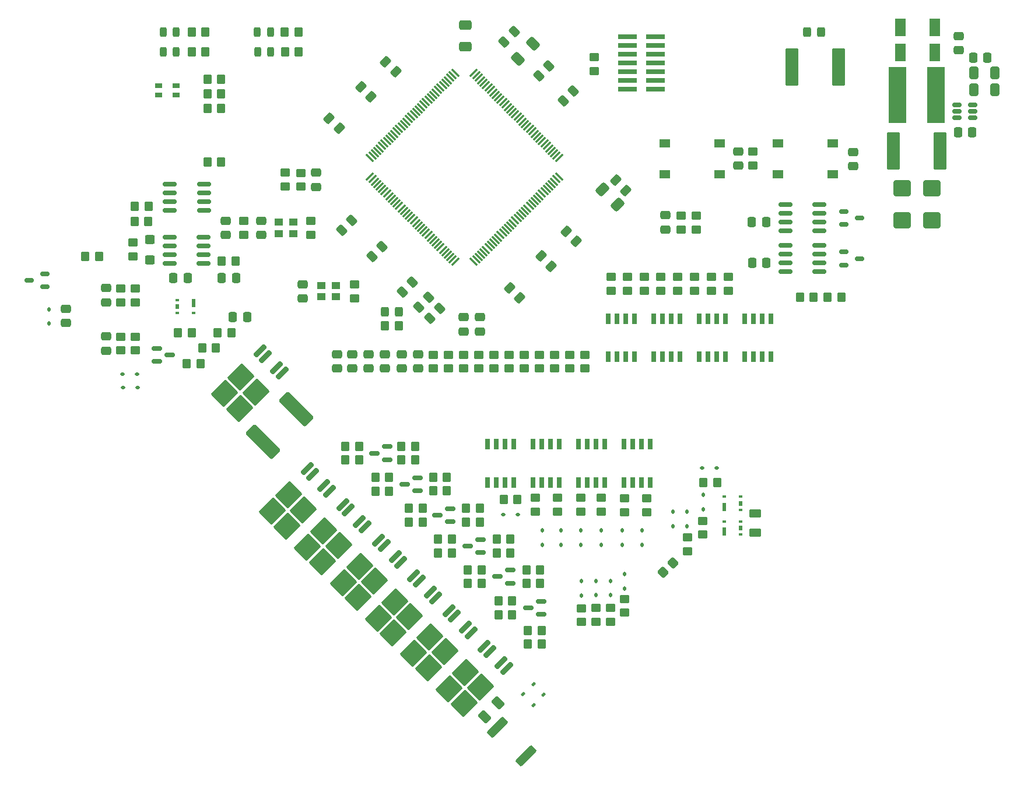
<source format=gbr>
%TF.GenerationSoftware,KiCad,Pcbnew,8.0.3*%
%TF.CreationDate,2025-01-15T13:42:05-05:00*%
%TF.ProjectId,EIM,45494d2e-6b69-4636-9164-5f7063625858,rev?*%
%TF.SameCoordinates,Original*%
%TF.FileFunction,Paste,Top*%
%TF.FilePolarity,Positive*%
%FSLAX46Y46*%
G04 Gerber Fmt 4.6, Leading zero omitted, Abs format (unit mm)*
G04 Created by KiCad (PCBNEW 8.0.3) date 2025-01-15 13:42:05*
%MOMM*%
%LPD*%
G01*
G04 APERTURE LIST*
G04 Aperture macros list*
%AMRoundRect*
0 Rectangle with rounded corners*
0 $1 Rounding radius*
0 $2 $3 $4 $5 $6 $7 $8 $9 X,Y pos of 4 corners*
0 Add a 4 corners polygon primitive as box body*
4,1,4,$2,$3,$4,$5,$6,$7,$8,$9,$2,$3,0*
0 Add four circle primitives for the rounded corners*
1,1,$1+$1,$2,$3*
1,1,$1+$1,$4,$5*
1,1,$1+$1,$6,$7*
1,1,$1+$1,$8,$9*
0 Add four rect primitives between the rounded corners*
20,1,$1+$1,$2,$3,$4,$5,0*
20,1,$1+$1,$4,$5,$6,$7,0*
20,1,$1+$1,$6,$7,$8,$9,0*
20,1,$1+$1,$8,$9,$2,$3,0*%
G04 Aperture macros list end*
%ADD10RoundRect,0.250000X0.350000X0.450000X-0.350000X0.450000X-0.350000X-0.450000X0.350000X-0.450000X0*%
%ADD11RoundRect,0.250000X-0.350000X-0.450000X0.350000X-0.450000X0.350000X0.450000X-0.350000X0.450000X0*%
%ADD12R,0.700000X1.550000*%
%ADD13RoundRect,0.200000X0.494975X0.777817X-0.777817X-0.494975X-0.494975X-0.777817X0.777817X0.494975X0*%
%ADD14RoundRect,0.250000X0.106066X1.697056X-1.697056X-0.106066X-0.106066X-1.697056X1.697056X0.106066X0*%
%ADD15RoundRect,0.250000X-0.097227X0.574524X-0.574524X0.097227X0.097227X-0.574524X0.574524X-0.097227X0*%
%ADD16RoundRect,0.250000X0.574524X0.097227X0.097227X0.574524X-0.574524X-0.097227X-0.097227X-0.574524X0*%
%ADD17RoundRect,0.250000X-0.475000X0.337500X-0.475000X-0.337500X0.475000X-0.337500X0.475000X0.337500X0*%
%ADD18RoundRect,0.250000X-0.450000X0.350000X-0.450000X-0.350000X0.450000X-0.350000X0.450000X0.350000X0*%
%ADD19RoundRect,0.150000X0.587500X0.150000X-0.587500X0.150000X-0.587500X-0.150000X0.587500X-0.150000X0*%
%ADD20RoundRect,0.112500X-0.053033X-0.212132X0.212132X0.053033X0.053033X0.212132X-0.212132X-0.053033X0*%
%ADD21RoundRect,0.250000X0.475000X-0.337500X0.475000X0.337500X-0.475000X0.337500X-0.475000X-0.337500X0*%
%ADD22RoundRect,0.243750X-0.243750X-0.456250X0.243750X-0.456250X0.243750X0.456250X-0.243750X0.456250X0*%
%ADD23R,1.550000X1.300000*%
%ADD24RoundRect,0.250000X-0.450000X0.400000X-0.450000X-0.400000X0.450000X-0.400000X0.450000X0.400000X0*%
%ADD25RoundRect,0.112500X-0.112500X0.187500X-0.112500X-0.187500X0.112500X-0.187500X0.112500X0.187500X0*%
%ADD26RoundRect,0.250000X-0.337500X-0.475000X0.337500X-0.475000X0.337500X0.475000X-0.337500X0.475000X0*%
%ADD27R,0.500000X0.400000*%
%ADD28R,0.500000X0.750000*%
%ADD29R,0.500000X1.300000*%
%ADD30RoundRect,0.250000X0.450000X-0.350000X0.450000X0.350000X-0.450000X0.350000X-0.450000X-0.350000X0*%
%ADD31RoundRect,0.250000X-0.325000X-0.450000X0.325000X-0.450000X0.325000X0.450000X-0.325000X0.450000X0*%
%ADD32RoundRect,0.112500X0.112500X-0.187500X0.112500X0.187500X-0.112500X0.187500X-0.112500X-0.187500X0*%
%ADD33RoundRect,0.250000X0.550000X-1.050000X0.550000X1.050000X-0.550000X1.050000X-0.550000X-1.050000X0*%
%ADD34RoundRect,0.150000X-0.587500X-0.150000X0.587500X-0.150000X0.587500X0.150000X-0.587500X0.150000X0*%
%ADD35RoundRect,0.250000X-0.412500X-0.650000X0.412500X-0.650000X0.412500X0.650000X-0.412500X0.650000X0*%
%ADD36RoundRect,0.250000X-0.625000X0.375000X-0.625000X-0.375000X0.625000X-0.375000X0.625000X0.375000X0*%
%ADD37RoundRect,0.250000X0.070711X-0.565685X0.565685X-0.070711X-0.070711X0.565685X-0.565685X0.070711X0*%
%ADD38RoundRect,0.250000X-1.246276X2.253903X-2.253903X1.246276X1.246276X-2.253903X2.253903X-1.246276X0*%
%ADD39RoundRect,0.250000X0.097227X-0.574524X0.574524X-0.097227X-0.097227X0.574524X-0.574524X0.097227X0*%
%ADD40RoundRect,0.250000X0.176777X-0.707107X0.707107X-0.176777X-0.176777X0.707107X-0.707107X0.176777X0*%
%ADD41RoundRect,0.075000X-0.415425X-0.521491X0.521491X0.415425X0.415425X0.521491X-0.521491X-0.415425X0*%
%ADD42RoundRect,0.075000X0.415425X-0.521491X0.521491X-0.415425X-0.415425X0.521491X-0.521491X0.415425X0*%
%ADD43R,2.790000X0.740000*%
%ADD44RoundRect,0.250000X1.263953X0.751301X0.751301X1.263953X-1.263953X-0.751301X-0.751301X-1.263953X0*%
%ADD45RoundRect,0.250000X-0.574524X-0.097227X-0.097227X-0.574524X0.574524X0.097227X0.097227X0.574524X0*%
%ADD46R,1.300000X1.100000*%
%ADD47RoundRect,0.250000X-1.000000X-0.900000X1.000000X-0.900000X1.000000X0.900000X-1.000000X0.900000X0*%
%ADD48RoundRect,0.150000X0.825000X0.150000X-0.825000X0.150000X-0.825000X-0.150000X0.825000X-0.150000X0*%
%ADD49RoundRect,0.150000X-0.825000X-0.150000X0.825000X-0.150000X0.825000X0.150000X-0.825000X0.150000X0*%
%ADD50RoundRect,0.112500X-0.187500X-0.112500X0.187500X-0.112500X0.187500X0.112500X-0.187500X0.112500X0*%
%ADD51RoundRect,0.150000X0.512500X0.150000X-0.512500X0.150000X-0.512500X-0.150000X0.512500X-0.150000X0*%
%ADD52RoundRect,0.250000X-0.167938X0.751301X-0.751301X0.167938X0.167938X-0.751301X0.751301X-0.167938X0*%
%ADD53R,2.600000X8.200000*%
%ADD54RoundRect,0.250000X0.650000X-0.412500X0.650000X0.412500X-0.650000X0.412500X-0.650000X-0.412500X0*%
%ADD55RoundRect,0.250000X-0.712500X-2.475000X0.712500X-2.475000X0.712500X2.475000X-0.712500X2.475000X0*%
%ADD56RoundRect,0.150000X-0.512500X-0.150000X0.512500X-0.150000X0.512500X0.150000X-0.512500X0.150000X0*%
%ADD57RoundRect,0.250000X0.751301X0.167938X0.167938X0.751301X-0.751301X-0.167938X-0.167938X-0.751301X0*%
%ADD58RoundRect,0.250000X0.712500X2.475000X-0.712500X2.475000X-0.712500X-2.475000X0.712500X-2.475000X0*%
%ADD59RoundRect,0.250000X0.337500X0.475000X-0.337500X0.475000X-0.337500X-0.475000X0.337500X-0.475000X0*%
%ADD60R,1.000000X0.800000*%
G04 APERTURE END LIST*
D10*
%TO.C,R53*%
X120250000Y-153000000D03*
X118250000Y-153000000D03*
%TD*%
D11*
%TO.C,R15*%
X78075000Y-103575000D03*
X80075000Y-103575000D03*
%TD*%
D12*
%TO.C,IC3*%
X129895000Y-135775000D03*
X131165000Y-135775000D03*
X132435000Y-135775000D03*
X133705000Y-135775000D03*
X133705000Y-130225000D03*
X132435000Y-130225000D03*
X131165000Y-130225000D03*
X129895000Y-130225000D03*
%TD*%
D13*
%TO.C,U8*%
X104059261Y-147377350D03*
X103253159Y-146571249D03*
D14*
X100255026Y-150113854D03*
X98098350Y-147957178D03*
X97886218Y-152482661D03*
X95729543Y-150325986D03*
D13*
X101640955Y-144959045D03*
X100834854Y-144152943D03*
%TD*%
D12*
%TO.C,IC10*%
X136495000Y-135775000D03*
X137765000Y-135775000D03*
X139035000Y-135775000D03*
X140305000Y-135775000D03*
X140305000Y-130225000D03*
X139035000Y-130225000D03*
X137765000Y-130225000D03*
X136495000Y-130225000D03*
%TD*%
D10*
%TO.C,R27*%
X73750000Y-114000000D03*
X71750000Y-114000000D03*
%TD*%
%TO.C,R38*%
X115525000Y-141525000D03*
X113525000Y-141525000D03*
%TD*%
D15*
%TO.C,C7*%
X105733623Y-106666377D03*
X104266377Y-108133623D03*
%TD*%
D16*
%TO.C,C16*%
X103333623Y-76133623D03*
X101866377Y-74666377D03*
%TD*%
D17*
%TO.C,C38*%
X104200000Y-117125000D03*
X104200000Y-119200000D03*
%TD*%
D10*
%TO.C,R4*%
X75700000Y-73200000D03*
X73700000Y-73200000D03*
%TD*%
D18*
%TO.C,R25*%
X126400000Y-117200000D03*
X126400000Y-119200000D03*
%TD*%
D19*
%TO.C,Q5*%
X115687500Y-145950000D03*
X115687500Y-144050000D03*
X113812499Y-145000000D03*
%TD*%
D17*
%TO.C,C41*%
X97000000Y-117125000D03*
X97000000Y-119200000D03*
%TD*%
D20*
%TO.C,D29*%
X121857538Y-166542462D03*
X123342462Y-165057538D03*
%TD*%
D13*
%TO.C,U9*%
X109159261Y-152527350D03*
X108353159Y-151721249D03*
D14*
X105355026Y-155263854D03*
X103198350Y-153107178D03*
X102986218Y-157632661D03*
X100829543Y-155475986D03*
D13*
X106740955Y-150109045D03*
X105934854Y-149302943D03*
%TD*%
D21*
%TO.C,C27*%
X185100002Y-73000003D03*
X185100002Y-70925003D03*
%TD*%
D22*
%TO.C,D2*%
X83262500Y-70300000D03*
X85137500Y-70300000D03*
%TD*%
D23*
%TO.C,SW2*%
X158845000Y-86525000D03*
X166805000Y-86525000D03*
X158845000Y-91025000D03*
X166805000Y-91025000D03*
%TD*%
D24*
%TO.C,D10*%
X67675000Y-100500000D03*
X67675000Y-103400000D03*
%TD*%
D25*
%TO.C,D25*%
X127300000Y-142750000D03*
X127300000Y-144850000D03*
%TD*%
D26*
%TO.C,C26*%
X184962502Y-84900003D03*
X187037502Y-84900003D03*
%TD*%
D27*
%TO.C,S3*%
X153400001Y-143350000D03*
D28*
X153400000Y-142400000D03*
D27*
X153400001Y-141450000D03*
X150999999Y-141450000D03*
D29*
X150999999Y-142900000D03*
%TD*%
D30*
%TO.C,R23*%
X133200000Y-140000000D03*
X133200000Y-138000000D03*
%TD*%
D31*
%TO.C,FB2*%
X163062500Y-70375000D03*
X165112500Y-70375000D03*
%TD*%
D18*
%TO.C,R62*%
X149150000Y-105900000D03*
X149150000Y-107900000D03*
%TD*%
%TO.C,R24*%
X124200000Y-117200000D03*
X124200000Y-119200000D03*
%TD*%
D16*
%TO.C,C18*%
X95133623Y-84333623D03*
X93666377Y-82866377D03*
%TD*%
D10*
%TO.C,R42*%
X120000000Y-146000000D03*
X118000000Y-146000000D03*
%TD*%
D32*
%TO.C,D21*%
X145650000Y-142150000D03*
X145650000Y-140050000D03*
%TD*%
D26*
%TO.C,C32*%
X78062500Y-106100000D03*
X80137500Y-106100000D03*
%TD*%
D19*
%TO.C,Q2*%
X102087500Y-132462501D03*
X102087500Y-130562501D03*
X100212499Y-131512501D03*
%TD*%
D22*
%TO.C,D5*%
X69562500Y-73200000D03*
X71437500Y-73200000D03*
%TD*%
D10*
%TO.C,R61*%
X150000000Y-135750000D03*
X148000000Y-135750000D03*
%TD*%
D11*
%TO.C,R19*%
X58250000Y-102900000D03*
X60250000Y-102900000D03*
%TD*%
D13*
%TO.C,U7*%
X98872002Y-142221284D03*
X98065900Y-141415183D03*
D14*
X95067767Y-144957788D03*
X92911091Y-142801112D03*
X92698959Y-147326595D03*
X90542284Y-145169920D03*
D13*
X96453696Y-139802979D03*
X95647595Y-138996877D03*
%TD*%
D18*
%TO.C,R78*%
X146950000Y-97000000D03*
X146950000Y-99000000D03*
%TD*%
D12*
%TO.C,IC9*%
X123295000Y-135775000D03*
X124565000Y-135775000D03*
X125835000Y-135775000D03*
X127105000Y-135775000D03*
X127105000Y-130225000D03*
X125835000Y-130225000D03*
X124565000Y-130225000D03*
X123295000Y-130225000D03*
%TD*%
D33*
%TO.C,C29*%
X176600002Y-73300003D03*
X176600002Y-69700003D03*
%TD*%
D17*
%TO.C,C46*%
X61300000Y-114562500D03*
X61300000Y-116637500D03*
%TD*%
D18*
%TO.C,R12*%
X91000000Y-97800000D03*
X91000000Y-99800000D03*
%TD*%
D34*
%TO.C,Q1*%
X68624999Y-116300000D03*
X68624999Y-118200000D03*
X70500000Y-117250000D03*
%TD*%
D10*
%TO.C,R46*%
X124312500Y-150450000D03*
X122312500Y-150450000D03*
%TD*%
D18*
%TO.C,R71*%
X141800000Y-105900000D03*
X141800000Y-107900000D03*
%TD*%
D35*
%TO.C,C24*%
X187237502Y-76300003D03*
X190362502Y-76300003D03*
%TD*%
D17*
%TO.C,C37*%
X106600000Y-117125000D03*
X106600000Y-119200000D03*
%TD*%
D27*
%TO.C,S2*%
X153400000Y-139750000D03*
D28*
X153399999Y-138800000D03*
D27*
X153400000Y-137850000D03*
X150999998Y-137850000D03*
D29*
X150999998Y-139300000D03*
%TD*%
D36*
%TO.C,F1*%
X155500000Y-140300001D03*
X155500000Y-143099999D03*
%TD*%
D30*
%TO.C,R73*%
X126800000Y-140000000D03*
X126800000Y-138000000D03*
%TD*%
D10*
%TO.C,R32*%
X98000000Y-132500000D03*
X96000000Y-132500000D03*
%TD*%
%TO.C,R47*%
X124312500Y-148450000D03*
X122312500Y-148450000D03*
%TD*%
D12*
%TO.C,IC7*%
X147400000Y-117500000D03*
X148670000Y-117500000D03*
X149940000Y-117500000D03*
X151210000Y-117500000D03*
X151210000Y-111950000D03*
X149940000Y-111950000D03*
X148670000Y-111950000D03*
X147400000Y-111950000D03*
%TD*%
D37*
%TO.C,R64*%
X142142893Y-148857107D03*
X143557107Y-147442893D03*
%TD*%
D10*
%TO.C,R49*%
X115812500Y-148450000D03*
X113812500Y-148450000D03*
%TD*%
%TO.C,R31*%
X106150000Y-130500000D03*
X104150000Y-130500000D03*
%TD*%
D38*
%TO.C,F2*%
X88895324Y-125104676D03*
X84104676Y-129895324D03*
%TD*%
D13*
%TO.C,U5*%
X86832053Y-119892355D03*
X86025951Y-119086254D03*
D14*
X83027818Y-122628859D03*
X80871142Y-120472183D03*
X80659010Y-124997666D03*
X78502335Y-122840991D03*
D13*
X84413747Y-117474050D03*
X83607646Y-116667948D03*
%TD*%
D39*
%TO.C,C15*%
X119066377Y-71733623D03*
X120533623Y-70266377D03*
%TD*%
D30*
%TO.C,R89*%
X136600000Y-140100000D03*
X136600000Y-138100000D03*
%TD*%
D17*
%TO.C,C45*%
X91775000Y-90750000D03*
X91775000Y-92825000D03*
%TD*%
D21*
%TO.C,C48*%
X113200000Y-113837500D03*
X113200000Y-111762500D03*
%TD*%
D25*
%TO.C,D14*%
X133200000Y-142750000D03*
X133200000Y-144850000D03*
%TD*%
D10*
%TO.C,R50*%
X124500000Y-159250000D03*
X122500000Y-159250000D03*
%TD*%
%TO.C,R20*%
X67425000Y-97875000D03*
X65425000Y-97875000D03*
%TD*%
D30*
%TO.C,R68*%
X134500000Y-156000000D03*
X134500000Y-154000000D03*
%TD*%
D10*
%TO.C,R51*%
X124500000Y-157250000D03*
X122500000Y-157250000D03*
%TD*%
D40*
%TO.C,F5*%
X116210051Y-169789949D03*
X118189949Y-167810051D03*
%TD*%
D10*
%TO.C,R44*%
X111500000Y-146000000D03*
X109500000Y-146000000D03*
%TD*%
D18*
%TO.C,R84*%
X108800000Y-117200000D03*
X108800000Y-119200000D03*
%TD*%
D30*
%TO.C,R56*%
X130300000Y-156050000D03*
X130300000Y-154050000D03*
%TD*%
D41*
%TO.C,U1*%
X99595220Y-91352342D03*
X99948773Y-91705895D03*
X100302326Y-92059449D03*
X100655880Y-92413002D03*
X101009433Y-92766555D03*
X101362987Y-93120109D03*
X101716540Y-93473662D03*
X102070093Y-93827215D03*
X102423647Y-94180769D03*
X102777200Y-94534322D03*
X103130754Y-94887876D03*
X103484307Y-95241429D03*
X103837860Y-95594982D03*
X104191414Y-95948536D03*
X104544967Y-96302089D03*
X104898520Y-96655643D03*
X105252074Y-97009196D03*
X105605627Y-97362749D03*
X105959181Y-97716303D03*
X106312734Y-98069856D03*
X106666287Y-98423410D03*
X107019841Y-98776963D03*
X107373394Y-99130516D03*
X107726948Y-99484070D03*
X108080501Y-99837623D03*
X108434054Y-100191176D03*
X108787608Y-100544730D03*
X109141161Y-100898283D03*
X109494715Y-101251837D03*
X109848268Y-101605390D03*
X110201821Y-101958943D03*
X110555375Y-102312497D03*
X110908928Y-102666050D03*
X111262481Y-103019604D03*
X111616035Y-103373157D03*
X111969588Y-103726710D03*
D42*
X114674272Y-103726710D03*
X115027825Y-103373157D03*
X115381379Y-103019604D03*
X115734932Y-102666050D03*
X116088485Y-102312497D03*
X116442039Y-101958943D03*
X116795592Y-101605390D03*
X117149145Y-101251837D03*
X117502699Y-100898283D03*
X117856252Y-100544730D03*
X118209806Y-100191176D03*
X118563359Y-99837623D03*
X118916912Y-99484070D03*
X119270466Y-99130516D03*
X119624019Y-98776963D03*
X119977573Y-98423410D03*
X120331126Y-98069856D03*
X120684679Y-97716303D03*
X121038233Y-97362749D03*
X121391786Y-97009196D03*
X121745340Y-96655643D03*
X122098893Y-96302089D03*
X122452446Y-95948536D03*
X122806000Y-95594982D03*
X123159553Y-95241429D03*
X123513106Y-94887876D03*
X123866660Y-94534322D03*
X124220213Y-94180769D03*
X124573767Y-93827215D03*
X124927320Y-93473662D03*
X125280873Y-93120109D03*
X125634427Y-92766555D03*
X125987980Y-92413002D03*
X126341534Y-92059449D03*
X126695087Y-91705895D03*
X127048640Y-91352342D03*
D41*
X127048640Y-88647658D03*
X126695087Y-88294105D03*
X126341534Y-87940551D03*
X125987980Y-87586998D03*
X125634427Y-87233445D03*
X125280873Y-86879891D03*
X124927320Y-86526338D03*
X124573767Y-86172785D03*
X124220213Y-85819231D03*
X123866660Y-85465678D03*
X123513106Y-85112124D03*
X123159553Y-84758571D03*
X122806000Y-84405018D03*
X122452446Y-84051464D03*
X122098893Y-83697911D03*
X121745340Y-83344357D03*
X121391786Y-82990804D03*
X121038233Y-82637251D03*
X120684679Y-82283697D03*
X120331126Y-81930144D03*
X119977573Y-81576590D03*
X119624019Y-81223037D03*
X119270466Y-80869484D03*
X118916912Y-80515930D03*
X118563359Y-80162377D03*
X118209806Y-79808824D03*
X117856252Y-79455270D03*
X117502699Y-79101717D03*
X117149145Y-78748163D03*
X116795592Y-78394610D03*
X116442039Y-78041057D03*
X116088485Y-77687503D03*
X115734932Y-77333950D03*
X115381379Y-76980396D03*
X115027825Y-76626843D03*
X114674272Y-76273290D03*
D42*
X111969588Y-76273290D03*
X111616035Y-76626843D03*
X111262481Y-76980396D03*
X110908928Y-77333950D03*
X110555375Y-77687503D03*
X110201821Y-78041057D03*
X109848268Y-78394610D03*
X109494715Y-78748163D03*
X109141161Y-79101717D03*
X108787608Y-79455270D03*
X108434054Y-79808824D03*
X108080501Y-80162377D03*
X107726948Y-80515930D03*
X107373394Y-80869484D03*
X107019841Y-81223037D03*
X106666287Y-81576590D03*
X106312734Y-81930144D03*
X105959181Y-82283697D03*
X105605627Y-82637251D03*
X105252074Y-82990804D03*
X104898520Y-83344357D03*
X104544967Y-83697911D03*
X104191414Y-84051464D03*
X103837860Y-84405018D03*
X103484307Y-84758571D03*
X103130754Y-85112124D03*
X102777200Y-85465678D03*
X102423647Y-85819231D03*
X102070093Y-86172785D03*
X101716540Y-86526338D03*
X101362987Y-86879891D03*
X101009433Y-87233445D03*
X100655880Y-87586998D03*
X100302326Y-87940551D03*
X99948773Y-88294105D03*
X99595220Y-88647658D03*
%TD*%
D25*
%TO.C,D11*%
X53025000Y-110600000D03*
X53025000Y-112700000D03*
%TD*%
D18*
%TO.C,R70*%
X139400000Y-105900000D03*
X139400000Y-107900000D03*
%TD*%
D43*
%TO.C,J7*%
X137017500Y-71040000D03*
X141087500Y-71040000D03*
X137017500Y-72310000D03*
X141087500Y-72310000D03*
X137017500Y-73580000D03*
X141087500Y-73580000D03*
X137017500Y-74850000D03*
X141087500Y-74850000D03*
X137017500Y-76120000D03*
X141087500Y-76120000D03*
X137017500Y-77390000D03*
X141087500Y-77390000D03*
X137017500Y-78660000D03*
X141087500Y-78660000D03*
%TD*%
D30*
%TO.C,R72*%
X123600000Y-140000000D03*
X123600000Y-138000000D03*
%TD*%
D44*
%TO.C,R82*%
X122294804Y-175494804D03*
X118105196Y-171305196D03*
%TD*%
D21*
%TO.C,C47*%
X115600000Y-113837500D03*
X115600000Y-111762500D03*
%TD*%
D25*
%TO.C,D24*%
X124600000Y-142750000D03*
X124600000Y-144850000D03*
%TD*%
D11*
%TO.C,R6*%
X76000000Y-79300000D03*
X78000000Y-79300000D03*
%TD*%
D10*
%TO.C,R40*%
X107275000Y-141525000D03*
X105275000Y-141525000D03*
%TD*%
D45*
%TO.C,C12*%
X135291377Y-91866377D03*
X136758623Y-93333623D03*
%TD*%
D10*
%TO.C,R52*%
X120250000Y-155000000D03*
X118250000Y-155000000D03*
%TD*%
%TO.C,R37*%
X102374999Y-135050000D03*
X100374999Y-135050000D03*
%TD*%
%TO.C,R34*%
X110750000Y-137000000D03*
X108750000Y-137000000D03*
%TD*%
D17*
%TO.C,C19*%
X83800000Y-97762500D03*
X83800000Y-99837500D03*
%TD*%
%TO.C,C39*%
X101800000Y-117125000D03*
X101800000Y-119200000D03*
%TD*%
D46*
%TO.C,X1*%
X92550000Y-108800000D03*
X94650000Y-108800000D03*
X94650000Y-107150000D03*
X92550000Y-107150000D03*
%TD*%
D22*
%TO.C,D4*%
X83325000Y-73200000D03*
X85200000Y-73200000D03*
%TD*%
D10*
%TO.C,R14*%
X164025001Y-108875000D03*
X162025001Y-108875000D03*
%TD*%
D18*
%TO.C,R11*%
X97400000Y-107000000D03*
X97400000Y-109000000D03*
%TD*%
D47*
%TO.C,D6*%
X176900000Y-97700000D03*
X181200000Y-97700000D03*
%TD*%
D12*
%TO.C,IC5*%
X134200000Y-117500000D03*
X135470000Y-117500000D03*
X136740000Y-117500000D03*
X138010000Y-117500000D03*
X138010000Y-111950000D03*
X136740000Y-111950000D03*
X135470000Y-111950000D03*
X134200000Y-111950000D03*
%TD*%
D31*
%TO.C,FB1*%
X101775001Y-111000000D03*
X103824999Y-111000000D03*
%TD*%
D48*
%TO.C,IC2*%
X75500000Y-96220000D03*
X75500000Y-94950000D03*
X75500000Y-93680000D03*
X75500000Y-92410000D03*
X70550000Y-92410000D03*
X70550000Y-93680000D03*
X70550000Y-94950000D03*
X70550000Y-96220000D03*
%TD*%
D49*
%TO.C,U4*%
X159925000Y-101345000D03*
X159925000Y-102615000D03*
X159925000Y-103885000D03*
X159925000Y-105155000D03*
X164875000Y-105155000D03*
X164875000Y-103885000D03*
X164875000Y-102615000D03*
X164875000Y-101345000D03*
%TD*%
D18*
%TO.C,R74*%
X119800000Y-117200000D03*
X119800000Y-119200000D03*
%TD*%
D50*
%TO.C,D26*%
X63700000Y-120000000D03*
X65800000Y-120000000D03*
%TD*%
D30*
%TO.C,R83*%
X111000000Y-119200000D03*
X111000000Y-117200000D03*
%TD*%
D51*
%TO.C,D12*%
X52362500Y-107337499D03*
X52362500Y-105437501D03*
X50087500Y-106387500D03*
%TD*%
D20*
%TO.C,D27*%
X123315076Y-168084924D03*
X124800000Y-166600000D03*
%TD*%
D30*
%TO.C,R65*%
X145700000Y-145750000D03*
X145700000Y-143750000D03*
%TD*%
%TO.C,R85*%
X65500000Y-116600000D03*
X65500000Y-114600000D03*
%TD*%
D33*
%TO.C,C28*%
X181600002Y-73300003D03*
X181600002Y-69700003D03*
%TD*%
D10*
%TO.C,R13*%
X168025001Y-108875000D03*
X166025001Y-108875000D03*
%TD*%
D39*
%TO.C,C14*%
X124082754Y-76675000D03*
X125550000Y-75207754D03*
%TD*%
D32*
%TO.C,D16*%
X130300000Y-152200000D03*
X130300000Y-150100000D03*
%TD*%
D30*
%TO.C,R79*%
X144750000Y-99000000D03*
X144750000Y-97000000D03*
%TD*%
D50*
%TO.C,D19*%
X147850000Y-133650000D03*
X149950000Y-133650000D03*
%TD*%
%TO.C,D15*%
X118950000Y-140400000D03*
X121050000Y-140400000D03*
%TD*%
D12*
%TO.C,IC4*%
X116695000Y-135775000D03*
X117965000Y-135775000D03*
X119235000Y-135775000D03*
X120505000Y-135775000D03*
X120505000Y-130225000D03*
X119235000Y-130225000D03*
X117965000Y-130225000D03*
X116695000Y-130225000D03*
%TD*%
D13*
%TO.C,U6*%
X93715327Y-137014609D03*
X92909225Y-136208508D03*
D14*
X89911092Y-139751113D03*
X87754416Y-137594437D03*
X87542284Y-142119920D03*
X85385609Y-139963245D03*
D13*
X91297021Y-134596304D03*
X90490920Y-133790202D03*
%TD*%
D25*
%TO.C,D13*%
X130200000Y-142750000D03*
X130200000Y-144850000D03*
%TD*%
D15*
%TO.C,C5*%
X96933623Y-97666377D03*
X95466377Y-99133623D03*
%TD*%
D30*
%TO.C,R80*%
X87325000Y-92775000D03*
X87325000Y-90775000D03*
%TD*%
%TO.C,R87*%
X63400000Y-116600000D03*
X63400000Y-114600000D03*
%TD*%
D17*
%TO.C,C8*%
X89800000Y-106962500D03*
X89800000Y-109037500D03*
%TD*%
D10*
%TO.C,R30*%
X106150000Y-132500000D03*
X104150000Y-132500000D03*
%TD*%
%TO.C,R9*%
X103800000Y-113000000D03*
X101800000Y-113000000D03*
%TD*%
%TO.C,R3*%
X89262500Y-73200000D03*
X87262500Y-73200000D03*
%TD*%
D30*
%TO.C,R90*%
X139800000Y-140100000D03*
X139800000Y-138100000D03*
%TD*%
D52*
%TO.C,C4*%
X123279854Y-72045146D03*
X121070146Y-74254854D03*
%TD*%
D18*
%TO.C,R8*%
X155150000Y-87687500D03*
X155150000Y-89687500D03*
%TD*%
D11*
%TO.C,R26*%
X77500000Y-114000000D03*
X79500000Y-114000000D03*
%TD*%
D50*
%TO.C,D28*%
X63750000Y-122000000D03*
X65850000Y-122000000D03*
%TD*%
D26*
%TO.C,C33*%
X71062500Y-106050000D03*
X73137500Y-106050000D03*
%TD*%
D18*
%TO.C,R66*%
X144250000Y-105900000D03*
X144250000Y-107900000D03*
%TD*%
D46*
%TO.C,X2*%
X86350000Y-99625000D03*
X88450000Y-99625000D03*
X88450000Y-97975000D03*
X86350000Y-97975000D03*
%TD*%
D19*
%TO.C,Q6*%
X120000000Y-150400000D03*
X120000000Y-148500000D03*
X118124999Y-149450000D03*
%TD*%
D53*
%TO.C,L1*%
X181800001Y-79500003D03*
X176200001Y-79500003D03*
%TD*%
D48*
%TO.C,IC1*%
X75475000Y-103990000D03*
X75475000Y-102720000D03*
X75475000Y-101450000D03*
X75475000Y-100180000D03*
X70525000Y-100180000D03*
X70525000Y-101450000D03*
X70525000Y-102720000D03*
X70525000Y-103990000D03*
%TD*%
D10*
%TO.C,R17*%
X78000000Y-89250000D03*
X76000000Y-89250000D03*
%TD*%
%TO.C,R33*%
X98000000Y-130500000D03*
X96000000Y-130500000D03*
%TD*%
D54*
%TO.C,C20*%
X113475000Y-72412500D03*
X113475000Y-69287500D03*
%TD*%
D39*
%TO.C,C13*%
X127666377Y-80333623D03*
X129133623Y-78866377D03*
%TD*%
D30*
%TO.C,R57*%
X132400000Y-156000000D03*
X132400000Y-154000000D03*
%TD*%
%TO.C,R86*%
X115400000Y-119200000D03*
X115400000Y-117200000D03*
%TD*%
%TO.C,R76*%
X63400000Y-109600000D03*
X63400000Y-107600000D03*
%TD*%
D17*
%TO.C,C2*%
X169775000Y-87762500D03*
X169775000Y-89837500D03*
%TD*%
D39*
%TO.C,C22*%
X108266377Y-111933623D03*
X109733623Y-110466377D03*
%TD*%
D16*
%TO.C,C17*%
X99733623Y-79733623D03*
X98266377Y-78266377D03*
%TD*%
D25*
%TO.C,D31*%
X139100000Y-142750000D03*
X139100000Y-144850000D03*
%TD*%
D10*
%TO.C,R54*%
X121000000Y-138200000D03*
X119000000Y-138200000D03*
%TD*%
D17*
%TO.C,C43*%
X61300000Y-107525000D03*
X61300000Y-109600000D03*
%TD*%
D10*
%TO.C,R43*%
X120000000Y-144000000D03*
X118000000Y-144000000D03*
%TD*%
D12*
%TO.C,IC6*%
X154000000Y-117500000D03*
X155270000Y-117500000D03*
X156540000Y-117500000D03*
X157810000Y-117500000D03*
X157810000Y-111950000D03*
X156540000Y-111950000D03*
X155270000Y-111950000D03*
X154000000Y-111950000D03*
%TD*%
D10*
%TO.C,R2*%
X75700000Y-70300000D03*
X73700000Y-70300000D03*
%TD*%
D45*
%TO.C,C9*%
X119866377Y-107466377D03*
X121333623Y-108933623D03*
%TD*%
D11*
%TO.C,R28*%
X73000000Y-118500000D03*
X75000000Y-118500000D03*
%TD*%
D18*
%TO.C,R81*%
X89550000Y-90787500D03*
X89550000Y-92787500D03*
%TD*%
D11*
%TO.C,R7*%
X76000000Y-81400000D03*
X78000000Y-81400000D03*
%TD*%
%TO.C,R29*%
X75250000Y-116250000D03*
X77250000Y-116250000D03*
%TD*%
D18*
%TO.C,R75*%
X122000000Y-117200000D03*
X122000000Y-119200000D03*
%TD*%
D12*
%TO.C,IC8*%
X140800000Y-117500000D03*
X142070000Y-117500000D03*
X143340000Y-117500000D03*
X144610000Y-117500000D03*
X144610000Y-111950000D03*
X143340000Y-111950000D03*
X142070000Y-111950000D03*
X140800000Y-111950000D03*
%TD*%
D55*
%TO.C,F3*%
X175612500Y-87600000D03*
X182387500Y-87600000D03*
%TD*%
D45*
%TO.C,C10*%
X124466377Y-102866377D03*
X125933623Y-104333623D03*
%TD*%
D30*
%TO.C,R69*%
X136600000Y-154700000D03*
X136600000Y-152700000D03*
%TD*%
D19*
%TO.C,Q4*%
X111275000Y-141475000D03*
X111275000Y-139575000D03*
X109399999Y-140525000D03*
%TD*%
D30*
%TO.C,R88*%
X113200000Y-119200000D03*
X113200000Y-117200000D03*
%TD*%
D56*
%TO.C,D8*%
X168437500Y-96375001D03*
X168437500Y-98274999D03*
X170712500Y-97325000D03*
%TD*%
D57*
%TO.C,C3*%
X135529854Y-95379854D03*
X133320146Y-93170146D03*
%TD*%
D18*
%TO.C,R91*%
X128600000Y-117200000D03*
X128600000Y-119200000D03*
%TD*%
D26*
%TO.C,C36*%
X79675000Y-111750000D03*
X81750000Y-111750000D03*
%TD*%
%TO.C,C31*%
X155087500Y-103875000D03*
X157162500Y-103875000D03*
%TD*%
D17*
%TO.C,C40*%
X99400000Y-117125000D03*
X99400000Y-119200000D03*
%TD*%
D15*
%TO.C,C6*%
X101333623Y-101466377D03*
X99866377Y-102933623D03*
%TD*%
D17*
%TO.C,C42*%
X94800000Y-117125000D03*
X94800000Y-119200000D03*
%TD*%
D10*
%TO.C,R45*%
X111500000Y-144000000D03*
X109500000Y-144000000D03*
%TD*%
D32*
%TO.C,D17*%
X132400000Y-152150000D03*
X132400000Y-150050000D03*
%TD*%
D25*
%TO.C,D30*%
X136200000Y-142750000D03*
X136200000Y-144850000D03*
%TD*%
D10*
%TO.C,R1*%
X89225000Y-70300000D03*
X87225000Y-70300000D03*
%TD*%
D18*
%TO.C,R77*%
X65500000Y-107600000D03*
X65500000Y-109600000D03*
%TD*%
D32*
%TO.C,D20*%
X143600000Y-142150000D03*
X143600000Y-140050000D03*
%TD*%
D13*
%TO.C,U10*%
X114268306Y-157618305D03*
X113462204Y-156812204D03*
D14*
X110464071Y-160354809D03*
X108307395Y-158198133D03*
X108095263Y-162723616D03*
X105938588Y-160566941D03*
D13*
X111850000Y-155200000D03*
X111043899Y-154393898D03*
%TD*%
D10*
%TO.C,R21*%
X67450000Y-95625000D03*
X65450000Y-95625000D03*
%TD*%
D17*
%TO.C,C34*%
X55450000Y-110512500D03*
X55450000Y-112587500D03*
%TD*%
D45*
%TO.C,C11*%
X128066377Y-99266377D03*
X129533623Y-100733623D03*
%TD*%
D19*
%TO.C,Q3*%
X106500000Y-137000000D03*
X106500000Y-135100000D03*
X104624999Y-136050000D03*
%TD*%
D30*
%TO.C,R16*%
X65150000Y-102925000D03*
X65150000Y-100925000D03*
%TD*%
D32*
%TO.C,D18*%
X148000000Y-139650000D03*
X148000000Y-137550000D03*
%TD*%
D11*
%TO.C,R5*%
X76000000Y-77200000D03*
X78000000Y-77200000D03*
%TD*%
D17*
%TO.C,C35*%
X78650000Y-97762500D03*
X78650000Y-99837500D03*
%TD*%
D18*
%TO.C,R59*%
X137000000Y-105900000D03*
X137000000Y-107900000D03*
%TD*%
D23*
%TO.C,SW1*%
X142440000Y-86525000D03*
X150400000Y-86525000D03*
X142440000Y-91025000D03*
X150400000Y-91025000D03*
%TD*%
D30*
%TO.C,R22*%
X130200000Y-140000000D03*
X130200000Y-138000000D03*
%TD*%
D18*
%TO.C,R58*%
X134600000Y-105900000D03*
X134600000Y-107900000D03*
%TD*%
D30*
%TO.C,R60*%
X147950000Y-143350000D03*
X147950000Y-141350000D03*
%TD*%
D32*
%TO.C,D22*%
X134500000Y-152150000D03*
X134500000Y-150050000D03*
%TD*%
D27*
%TO.C,S1*%
X71600000Y-109250000D03*
D28*
X71600000Y-110200000D03*
D27*
X71600000Y-111150000D03*
X74000000Y-111150000D03*
D29*
X74000000Y-109700000D03*
%TD*%
D47*
%TO.C,D7*%
X176899998Y-93000000D03*
X181200000Y-93000000D03*
%TD*%
D10*
%TO.C,R41*%
X107275000Y-139525000D03*
X105275000Y-139525000D03*
%TD*%
D22*
%TO.C,D3*%
X69562500Y-70300000D03*
X71437500Y-70300000D03*
%TD*%
D10*
%TO.C,R39*%
X115525000Y-139525000D03*
X113525000Y-139525000D03*
%TD*%
D13*
%TO.C,U11*%
X119418306Y-162768305D03*
X118612204Y-161962204D03*
D14*
X115614071Y-165504809D03*
X113457395Y-163348133D03*
X113245263Y-167873616D03*
X111088588Y-165716941D03*
D13*
X117000000Y-160350000D03*
X116193899Y-159543898D03*
%TD*%
D10*
%TO.C,R36*%
X102374999Y-137050000D03*
X100374999Y-137050000D03*
%TD*%
D21*
%TO.C,C44*%
X142525000Y-99037500D03*
X142525000Y-96962500D03*
%TD*%
D18*
%TO.C,R63*%
X151600000Y-105900000D03*
X151600000Y-107900000D03*
%TD*%
D32*
%TO.C,D23*%
X136600000Y-151150000D03*
X136600000Y-149050000D03*
%TD*%
D17*
%TO.C,C1*%
X153075000Y-87687500D03*
X153075000Y-89762500D03*
%TD*%
D35*
%TO.C,C23*%
X187237502Y-78700003D03*
X190362502Y-78700003D03*
%TD*%
D18*
%TO.C,R10*%
X132175000Y-73975000D03*
X132175000Y-75975000D03*
%TD*%
D51*
%TO.C,U2*%
X187075002Y-82800000D03*
X187075002Y-81850001D03*
X187075002Y-80900002D03*
X184800002Y-80900002D03*
X184800002Y-81850001D03*
X184800002Y-82800000D03*
%TD*%
D18*
%TO.C,R67*%
X146700000Y-105900000D03*
X146700000Y-107900000D03*
%TD*%
%TO.C,R18*%
X81250000Y-97800000D03*
X81250000Y-99800000D03*
%TD*%
D58*
%TO.C,F4*%
X167675000Y-75375000D03*
X160900000Y-75375000D03*
%TD*%
D49*
%TO.C,U3*%
X159925000Y-95420000D03*
X159925000Y-96690000D03*
X159925000Y-97960000D03*
X159925000Y-99230000D03*
X164875000Y-99230000D03*
X164875000Y-97960000D03*
X164875000Y-96690000D03*
X164875000Y-95420000D03*
%TD*%
D59*
%TO.C,C25*%
X189237502Y-74100003D03*
X187162502Y-74100003D03*
%TD*%
D19*
%TO.C,Q7*%
X124437500Y-154950000D03*
X124437500Y-153050000D03*
X122562499Y-154000000D03*
%TD*%
D10*
%TO.C,R48*%
X115812500Y-150450000D03*
X113812500Y-150450000D03*
%TD*%
D26*
%TO.C,C30*%
X155050000Y-97950000D03*
X157125000Y-97950000D03*
%TD*%
D39*
%TO.C,C21*%
X106666377Y-110333623D03*
X108133623Y-108866377D03*
%TD*%
D56*
%TO.C,D9*%
X168437500Y-102287501D03*
X168437500Y-104187499D03*
X170712500Y-103237500D03*
%TD*%
D10*
%TO.C,R35*%
X110750000Y-135000000D03*
X108750000Y-135000000D03*
%TD*%
D18*
%TO.C,R92*%
X130800000Y-117200000D03*
X130800000Y-119200000D03*
%TD*%
%TO.C,R55*%
X117600000Y-117200000D03*
X117600000Y-119200000D03*
%TD*%
D60*
%TO.C,D1*%
X68950000Y-78100000D03*
X68950000Y-79500000D03*
X71450000Y-79500000D03*
X71450000Y-78100000D03*
%TD*%
M02*

</source>
